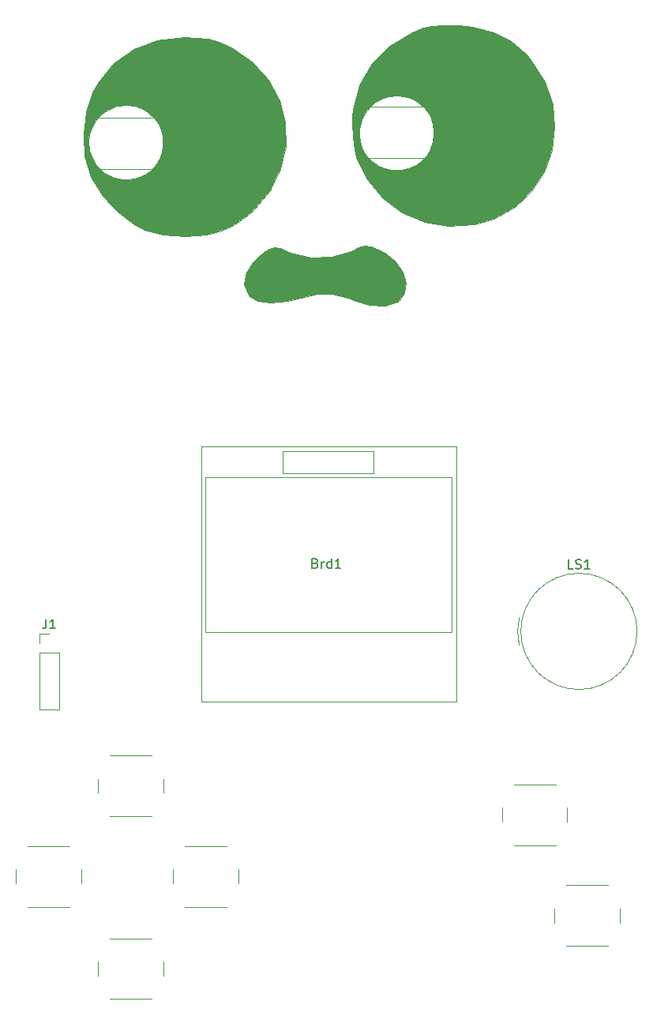
<source format=gbr>
G04 #@! TF.GenerationSoftware,KiCad,Pcbnew,8.0.5-8.0.5-0~ubuntu24.04.1*
G04 #@! TF.CreationDate,2024-10-08T07:55:02+09:00*
G04 #@! TF.ProjectId,gopher_rp2040_sw,676f7068-6572-45f7-9270-323034305f73,rev?*
G04 #@! TF.SameCoordinates,Original*
G04 #@! TF.FileFunction,Legend,Top*
G04 #@! TF.FilePolarity,Positive*
%FSLAX46Y46*%
G04 Gerber Fmt 4.6, Leading zero omitted, Abs format (unit mm)*
G04 Created by KiCad (PCBNEW 8.0.5-8.0.5-0~ubuntu24.04.1) date 2024-10-08 07:55:02*
%MOMM*%
%LPD*%
G01*
G04 APERTURE LIST*
%ADD10C,0.150000*%
%ADD11C,0.120000*%
%ADD12C,0.100000*%
G04 APERTURE END LIST*
D10*
X112033333Y-108885009D02*
X112176190Y-108932628D01*
X112176190Y-108932628D02*
X112223809Y-108980247D01*
X112223809Y-108980247D02*
X112271428Y-109075485D01*
X112271428Y-109075485D02*
X112271428Y-109218342D01*
X112271428Y-109218342D02*
X112223809Y-109313580D01*
X112223809Y-109313580D02*
X112176190Y-109361200D01*
X112176190Y-109361200D02*
X112080952Y-109408819D01*
X112080952Y-109408819D02*
X111700000Y-109408819D01*
X111700000Y-109408819D02*
X111700000Y-108408819D01*
X111700000Y-108408819D02*
X112033333Y-108408819D01*
X112033333Y-108408819D02*
X112128571Y-108456438D01*
X112128571Y-108456438D02*
X112176190Y-108504057D01*
X112176190Y-108504057D02*
X112223809Y-108599295D01*
X112223809Y-108599295D02*
X112223809Y-108694533D01*
X112223809Y-108694533D02*
X112176190Y-108789771D01*
X112176190Y-108789771D02*
X112128571Y-108837390D01*
X112128571Y-108837390D02*
X112033333Y-108885009D01*
X112033333Y-108885009D02*
X111700000Y-108885009D01*
X112700000Y-109408819D02*
X112700000Y-108742152D01*
X112700000Y-108932628D02*
X112747619Y-108837390D01*
X112747619Y-108837390D02*
X112795238Y-108789771D01*
X112795238Y-108789771D02*
X112890476Y-108742152D01*
X112890476Y-108742152D02*
X112985714Y-108742152D01*
X113747619Y-109408819D02*
X113747619Y-108408819D01*
X113747619Y-109361200D02*
X113652381Y-109408819D01*
X113652381Y-109408819D02*
X113461905Y-109408819D01*
X113461905Y-109408819D02*
X113366667Y-109361200D01*
X113366667Y-109361200D02*
X113319048Y-109313580D01*
X113319048Y-109313580D02*
X113271429Y-109218342D01*
X113271429Y-109218342D02*
X113271429Y-108932628D01*
X113271429Y-108932628D02*
X113319048Y-108837390D01*
X113319048Y-108837390D02*
X113366667Y-108789771D01*
X113366667Y-108789771D02*
X113461905Y-108742152D01*
X113461905Y-108742152D02*
X113652381Y-108742152D01*
X113652381Y-108742152D02*
X113747619Y-108789771D01*
X114747619Y-109408819D02*
X114176191Y-109408819D01*
X114461905Y-109408819D02*
X114461905Y-108408819D01*
X114461905Y-108408819D02*
X114366667Y-108551676D01*
X114366667Y-108551676D02*
X114271429Y-108646914D01*
X114271429Y-108646914D02*
X114176191Y-108694533D01*
X83166666Y-114894819D02*
X83166666Y-115609104D01*
X83166666Y-115609104D02*
X83119047Y-115751961D01*
X83119047Y-115751961D02*
X83023809Y-115847200D01*
X83023809Y-115847200D02*
X82880952Y-115894819D01*
X82880952Y-115894819D02*
X82785714Y-115894819D01*
X84166666Y-115894819D02*
X83595238Y-115894819D01*
X83880952Y-115894819D02*
X83880952Y-114894819D01*
X83880952Y-114894819D02*
X83785714Y-115037676D01*
X83785714Y-115037676D02*
X83690476Y-115132914D01*
X83690476Y-115132914D02*
X83595238Y-115180533D01*
X139657142Y-109484819D02*
X139180952Y-109484819D01*
X139180952Y-109484819D02*
X139180952Y-108484819D01*
X139942857Y-109437200D02*
X140085714Y-109484819D01*
X140085714Y-109484819D02*
X140323809Y-109484819D01*
X140323809Y-109484819D02*
X140419047Y-109437200D01*
X140419047Y-109437200D02*
X140466666Y-109389580D01*
X140466666Y-109389580D02*
X140514285Y-109294342D01*
X140514285Y-109294342D02*
X140514285Y-109199104D01*
X140514285Y-109199104D02*
X140466666Y-109103866D01*
X140466666Y-109103866D02*
X140419047Y-109056247D01*
X140419047Y-109056247D02*
X140323809Y-109008628D01*
X140323809Y-109008628D02*
X140133333Y-108961009D01*
X140133333Y-108961009D02*
X140038095Y-108913390D01*
X140038095Y-108913390D02*
X139990476Y-108865771D01*
X139990476Y-108865771D02*
X139942857Y-108770533D01*
X139942857Y-108770533D02*
X139942857Y-108675295D01*
X139942857Y-108675295D02*
X139990476Y-108580057D01*
X139990476Y-108580057D02*
X140038095Y-108532438D01*
X140038095Y-108532438D02*
X140133333Y-108484819D01*
X140133333Y-108484819D02*
X140371428Y-108484819D01*
X140371428Y-108484819D02*
X140514285Y-108532438D01*
X141466666Y-109484819D02*
X140895238Y-109484819D01*
X141180952Y-109484819D02*
X141180952Y-108484819D01*
X141180952Y-108484819D02*
X141085714Y-108627676D01*
X141085714Y-108627676D02*
X140990476Y-108722914D01*
X140990476Y-108722914D02*
X140895238Y-108770533D01*
D11*
X88100000Y-61150000D02*
X95400000Y-61150000D01*
X88100000Y-66650000D02*
X95400000Y-66650000D01*
X95400000Y-66650000D02*
X95400000Y-65500000D01*
X117100000Y-59950000D02*
X124400000Y-59950000D01*
X117100000Y-65450000D02*
X124400000Y-65450000D01*
X124400000Y-65450000D02*
X124400000Y-64300000D01*
X99800000Y-96400000D02*
X127200000Y-96400000D01*
X99800000Y-123700000D02*
X99800000Y-96400000D01*
X100222000Y-99695000D02*
X123322000Y-99695000D01*
X100222000Y-116295000D02*
X100222000Y-99695000D01*
X108501000Y-96889000D02*
X108501000Y-99302000D01*
X108501000Y-96889000D02*
X118280000Y-96889000D01*
X118280000Y-96889000D02*
X118280000Y-99302000D01*
X118280000Y-99302000D02*
X108501000Y-99302000D01*
X123322000Y-99695000D02*
X126408000Y-99695000D01*
X123322000Y-116295000D02*
X100222000Y-116295000D01*
X123322000Y-116295000D02*
X126662000Y-116320000D01*
X126662000Y-99683000D02*
X126408000Y-99695000D01*
X126662000Y-116320000D02*
X126662000Y-99683000D01*
X127200000Y-96400000D02*
X127200000Y-123700000D01*
X127200000Y-123700000D02*
X99800000Y-123700000D01*
X132050000Y-135100000D02*
X132050000Y-136600000D01*
X133300000Y-139100000D02*
X137800000Y-139100000D01*
X137800000Y-132600000D02*
X133300000Y-132600000D01*
X139050000Y-136600000D02*
X139050000Y-135100000D01*
X79950000Y-141700000D02*
X79950000Y-143200000D01*
X81200000Y-145700000D02*
X85700000Y-145700000D01*
X85700000Y-139200000D02*
X81200000Y-139200000D01*
X86950000Y-143200000D02*
X86950000Y-141700000D01*
X88750000Y-151600000D02*
X88750000Y-153100000D01*
X90000000Y-155600000D02*
X94500000Y-155600000D01*
X94500000Y-149100000D02*
X90000000Y-149100000D01*
X95750000Y-153100000D02*
X95750000Y-151600000D01*
X82440000Y-116440000D02*
X83500000Y-116440000D01*
X82440000Y-117500000D02*
X82440000Y-116440000D01*
X82440000Y-118500000D02*
X82440000Y-124560000D01*
X82440000Y-118500000D02*
X84560000Y-118500000D01*
X82440000Y-124560000D02*
X84560000Y-124560000D01*
X84560000Y-118500000D02*
X84560000Y-124560000D01*
X88750000Y-132000000D02*
X88750000Y-133500000D01*
X90000000Y-136000000D02*
X94500000Y-136000000D01*
X94500000Y-129500000D02*
X90000000Y-129500000D01*
X95750000Y-133500000D02*
X95750000Y-132000000D01*
X95735747Y-63816800D02*
G75*
G02*
X87749035Y-63816800I-3993356J0D01*
G01*
X87749035Y-63816800D02*
G75*
G02*
X95735747Y-63816800I3993356J0D01*
G01*
X124755247Y-62813500D02*
G75*
G02*
X116768535Y-62813500I-3993356J0D01*
G01*
X116768535Y-62813500D02*
G75*
G02*
X124755247Y-62813500I3993356J0D01*
G01*
D12*
X99250000Y-52570000D02*
X100570000Y-52690000D01*
X101700000Y-53010000D01*
X103060000Y-53610000D01*
X105260000Y-55120000D01*
X106990000Y-57060000D01*
X108160000Y-59320000D01*
X108780000Y-61680000D01*
X95560000Y-62520000D01*
X95260000Y-61870000D01*
X94770000Y-61170000D01*
X94000000Y-60460000D01*
X93340000Y-60110000D01*
X92700000Y-59890000D01*
X91742391Y-59823444D01*
X90760000Y-59910000D01*
X90000000Y-60190000D01*
X89270000Y-60630000D01*
X88770000Y-61090000D01*
X88380000Y-61590000D01*
X88030000Y-62260000D01*
X87800000Y-62950000D01*
X87160000Y-62930000D01*
X87440000Y-60530000D01*
X88170000Y-58440000D01*
X88700000Y-57450000D01*
X90440000Y-55340000D01*
X92590000Y-53770000D01*
X95080000Y-52850000D01*
X98040000Y-52510000D01*
X99250000Y-52570000D01*
G36*
X99250000Y-52570000D02*
G01*
X100570000Y-52690000D01*
X101700000Y-53010000D01*
X103060000Y-53610000D01*
X105260000Y-55120000D01*
X106990000Y-57060000D01*
X108160000Y-59320000D01*
X108780000Y-61680000D01*
X95560000Y-62520000D01*
X95260000Y-61870000D01*
X94770000Y-61170000D01*
X94000000Y-60460000D01*
X93340000Y-60110000D01*
X92700000Y-59890000D01*
X91742391Y-59823444D01*
X90760000Y-59910000D01*
X90000000Y-60190000D01*
X89270000Y-60630000D01*
X88770000Y-61090000D01*
X88380000Y-61590000D01*
X88030000Y-62260000D01*
X87800000Y-62950000D01*
X87160000Y-62930000D01*
X87440000Y-60530000D01*
X88170000Y-58440000D01*
X88700000Y-57450000D01*
X90440000Y-55340000D01*
X92590000Y-53770000D01*
X95080000Y-52850000D01*
X98040000Y-52510000D01*
X99250000Y-52570000D01*
G37*
X118030000Y-74940000D02*
X119330000Y-75540000D01*
X120530000Y-76500000D01*
X121360000Y-77680000D01*
X121710000Y-78870000D01*
X121590000Y-79970000D01*
X120960000Y-80820000D01*
X120840000Y-80900000D01*
X119530000Y-81320000D01*
X117860000Y-81230000D01*
X116120000Y-80690000D01*
X115560000Y-80480000D01*
X113890000Y-80010000D01*
X112280000Y-80020000D01*
X109040000Y-80800000D01*
X107250000Y-81010000D01*
X105860000Y-80840000D01*
X104980000Y-80330000D01*
X104850000Y-80180000D01*
X104410000Y-79050000D01*
X104600000Y-77780000D01*
X105360000Y-76550000D01*
X106280000Y-75770000D01*
X106640000Y-75460000D01*
X107060000Y-75210000D01*
X107620000Y-75010000D01*
X108280000Y-75090000D01*
X109360000Y-75610000D01*
X111560000Y-76180000D01*
X113780000Y-76090000D01*
X115910000Y-75440000D01*
X116690000Y-75060000D01*
X117350000Y-74870000D01*
X118030000Y-74940000D01*
G36*
X118030000Y-74940000D02*
G01*
X119330000Y-75540000D01*
X120530000Y-76500000D01*
X121360000Y-77680000D01*
X121710000Y-78870000D01*
X121590000Y-79970000D01*
X120960000Y-80820000D01*
X120840000Y-80900000D01*
X119530000Y-81320000D01*
X117860000Y-81230000D01*
X116120000Y-80690000D01*
X115560000Y-80480000D01*
X113890000Y-80010000D01*
X112280000Y-80020000D01*
X109040000Y-80800000D01*
X107250000Y-81010000D01*
X105860000Y-80840000D01*
X104980000Y-80330000D01*
X104850000Y-80180000D01*
X104410000Y-79050000D01*
X104600000Y-77780000D01*
X105360000Y-76550000D01*
X106280000Y-75770000D01*
X106640000Y-75460000D01*
X107060000Y-75210000D01*
X107620000Y-75010000D01*
X108280000Y-75090000D01*
X109360000Y-75610000D01*
X111560000Y-76180000D01*
X113780000Y-76090000D01*
X115910000Y-75440000D01*
X116690000Y-75060000D01*
X117350000Y-74870000D01*
X118030000Y-74940000D01*
G37*
X127380000Y-51280000D02*
X128970000Y-51440000D01*
X131160000Y-51990000D01*
X132960000Y-52930000D01*
X134660000Y-54390000D01*
X135240000Y-55050000D01*
X135980000Y-56230000D01*
X136640000Y-57270000D01*
X137450000Y-59680000D01*
X124770000Y-62330000D01*
X124530000Y-61330000D01*
X124180000Y-60660000D01*
X123690000Y-60030000D01*
X123130000Y-59540000D01*
X122480000Y-59170000D01*
X121610000Y-58870000D01*
X120830000Y-58780000D01*
X119920000Y-58870000D01*
X119120000Y-59130000D01*
X118470000Y-59490000D01*
X117910000Y-59970000D01*
X117480000Y-60450000D01*
X117180000Y-60950000D01*
X117020000Y-61310000D01*
X116890000Y-61680000D01*
X115990000Y-61640000D01*
X116020000Y-61090000D01*
X116070000Y-60280000D01*
X116730000Y-57690000D01*
X118010000Y-55450000D01*
X119920000Y-53550000D01*
X122460000Y-52040000D01*
X123630000Y-51540000D01*
X124570000Y-51300000D01*
X125760000Y-51220000D01*
X127380000Y-51280000D01*
G36*
X127380000Y-51280000D02*
G01*
X128970000Y-51440000D01*
X131160000Y-51990000D01*
X132960000Y-52930000D01*
X134660000Y-54390000D01*
X135240000Y-55050000D01*
X135980000Y-56230000D01*
X136640000Y-57270000D01*
X137450000Y-59680000D01*
X124770000Y-62330000D01*
X124530000Y-61330000D01*
X124180000Y-60660000D01*
X123690000Y-60030000D01*
X123130000Y-59540000D01*
X122480000Y-59170000D01*
X121610000Y-58870000D01*
X120830000Y-58780000D01*
X119920000Y-58870000D01*
X119120000Y-59130000D01*
X118470000Y-59490000D01*
X117910000Y-59970000D01*
X117480000Y-60450000D01*
X117180000Y-60950000D01*
X117020000Y-61310000D01*
X116890000Y-61680000D01*
X115990000Y-61640000D01*
X116020000Y-61090000D01*
X116070000Y-60280000D01*
X116730000Y-57690000D01*
X118010000Y-55450000D01*
X119920000Y-53550000D01*
X122460000Y-52040000D01*
X123630000Y-51540000D01*
X124570000Y-51300000D01*
X125760000Y-51220000D01*
X127380000Y-51280000D01*
G37*
X108880000Y-64180000D02*
X108260000Y-66690000D01*
X107160000Y-68950000D01*
X105360000Y-71090000D01*
X104480000Y-71820000D01*
X103110000Y-72730000D01*
X101960000Y-73300000D01*
X100430000Y-73680000D01*
X98120000Y-73880000D01*
X95730000Y-73690000D01*
X93700000Y-73160000D01*
X92650000Y-72620000D01*
X90810000Y-71230000D01*
X89200000Y-69520000D01*
X87980000Y-67520000D01*
X87320000Y-65340000D01*
X87160000Y-62930000D01*
X87800000Y-62950000D01*
X87710000Y-63490000D01*
X87710000Y-64030000D01*
X87770000Y-64590000D01*
X88010000Y-65310000D01*
X88440000Y-66150000D01*
X89410000Y-67090000D01*
X90420000Y-67600000D01*
X91320000Y-67820000D01*
X92170000Y-67810000D01*
X93110000Y-67600000D01*
X93840000Y-67260000D01*
X94610000Y-66640000D01*
X95340000Y-65590000D01*
X95650000Y-64650000D01*
X95720000Y-64310000D01*
X95750000Y-63570000D01*
X95690000Y-63070000D01*
X95680000Y-63060000D01*
X95590000Y-62600000D01*
X95560000Y-62520000D01*
X108780000Y-61680000D01*
X108880000Y-64180000D01*
G36*
X108880000Y-64180000D02*
G01*
X108260000Y-66690000D01*
X107160000Y-68950000D01*
X105360000Y-71090000D01*
X104480000Y-71820000D01*
X103110000Y-72730000D01*
X101960000Y-73300000D01*
X100430000Y-73680000D01*
X98120000Y-73880000D01*
X95730000Y-73690000D01*
X93700000Y-73160000D01*
X92650000Y-72620000D01*
X90810000Y-71230000D01*
X89200000Y-69520000D01*
X87980000Y-67520000D01*
X87320000Y-65340000D01*
X87160000Y-62930000D01*
X87800000Y-62950000D01*
X87710000Y-63490000D01*
X87710000Y-64030000D01*
X87770000Y-64590000D01*
X88010000Y-65310000D01*
X88440000Y-66150000D01*
X89410000Y-67090000D01*
X90420000Y-67600000D01*
X91320000Y-67820000D01*
X92170000Y-67810000D01*
X93110000Y-67600000D01*
X93840000Y-67260000D01*
X94610000Y-66640000D01*
X95340000Y-65590000D01*
X95650000Y-64650000D01*
X95720000Y-64310000D01*
X95750000Y-63570000D01*
X95690000Y-63070000D01*
X95680000Y-63060000D01*
X95590000Y-62600000D01*
X95560000Y-62520000D01*
X108780000Y-61680000D01*
X108880000Y-64180000D01*
G37*
X137700000Y-62190000D02*
X137390000Y-64660000D01*
X136560000Y-66980000D01*
X135240000Y-69040000D01*
X133400000Y-70740000D01*
X131140000Y-71990000D01*
X129080000Y-72570000D01*
X126320000Y-72740000D01*
X123750000Y-72300000D01*
X121350000Y-71300000D01*
X119270000Y-69790000D01*
X117590000Y-67800000D01*
X116430000Y-65400000D01*
X116230000Y-64560000D01*
X116070000Y-63170000D01*
X116020000Y-61660000D01*
X116890000Y-61680000D01*
X116730000Y-62380000D01*
X116730000Y-63140000D01*
X116830000Y-63730000D01*
X117020000Y-64350000D01*
X117280000Y-64850000D01*
X117710000Y-65470000D01*
X118070000Y-65840000D01*
X118680000Y-66270000D01*
X119300000Y-66580000D01*
X120030000Y-66770000D01*
X120940000Y-66840000D01*
X121760000Y-66710000D01*
X122450000Y-66480000D01*
X122930000Y-66210000D01*
X123420000Y-65850000D01*
X124040000Y-65170000D01*
X124510000Y-64310000D01*
X124720000Y-63600000D01*
X124790000Y-63070000D01*
X124770000Y-62330000D01*
X124760000Y-62200000D01*
X137450000Y-59680000D01*
X137700000Y-62190000D01*
G36*
X137700000Y-62190000D02*
G01*
X137390000Y-64660000D01*
X136560000Y-66980000D01*
X135240000Y-69040000D01*
X133400000Y-70740000D01*
X131140000Y-71990000D01*
X129080000Y-72570000D01*
X126320000Y-72740000D01*
X123750000Y-72300000D01*
X121350000Y-71300000D01*
X119270000Y-69790000D01*
X117590000Y-67800000D01*
X116430000Y-65400000D01*
X116230000Y-64560000D01*
X116070000Y-63170000D01*
X116020000Y-61660000D01*
X116890000Y-61680000D01*
X116730000Y-62380000D01*
X116730000Y-63140000D01*
X116830000Y-63730000D01*
X117020000Y-64350000D01*
X117280000Y-64850000D01*
X117710000Y-65470000D01*
X118070000Y-65840000D01*
X118680000Y-66270000D01*
X119300000Y-66580000D01*
X120030000Y-66770000D01*
X120940000Y-66840000D01*
X121760000Y-66710000D01*
X122450000Y-66480000D01*
X122930000Y-66210000D01*
X123420000Y-65850000D01*
X124040000Y-65170000D01*
X124510000Y-64310000D01*
X124720000Y-63600000D01*
X124790000Y-63070000D01*
X124770000Y-62330000D01*
X124760000Y-62200000D01*
X137450000Y-59680000D01*
X137700000Y-62190000D01*
G37*
D11*
X96750000Y-141700000D02*
X96750000Y-143200000D01*
X98000000Y-145700000D02*
X102500000Y-145700000D01*
X102500000Y-139200000D02*
X98000000Y-139200000D01*
X103750000Y-143200000D02*
X103750000Y-141700000D01*
X137650000Y-145900000D02*
X137650000Y-147400000D01*
X138900000Y-149900000D02*
X143400000Y-149900000D01*
X143400000Y-143400000D02*
X138900000Y-143400000D01*
X144650000Y-147400000D02*
X144650000Y-145900000D01*
X133900000Y-117699999D02*
G75*
G02*
X133900000Y-114700000I6400000J1499999D01*
G01*
X146530000Y-116200000D02*
G75*
G02*
X134070000Y-116200000I-6230000J0D01*
G01*
X134070000Y-116200000D02*
G75*
G02*
X146530000Y-116200000I6230000J0D01*
G01*
M02*

</source>
